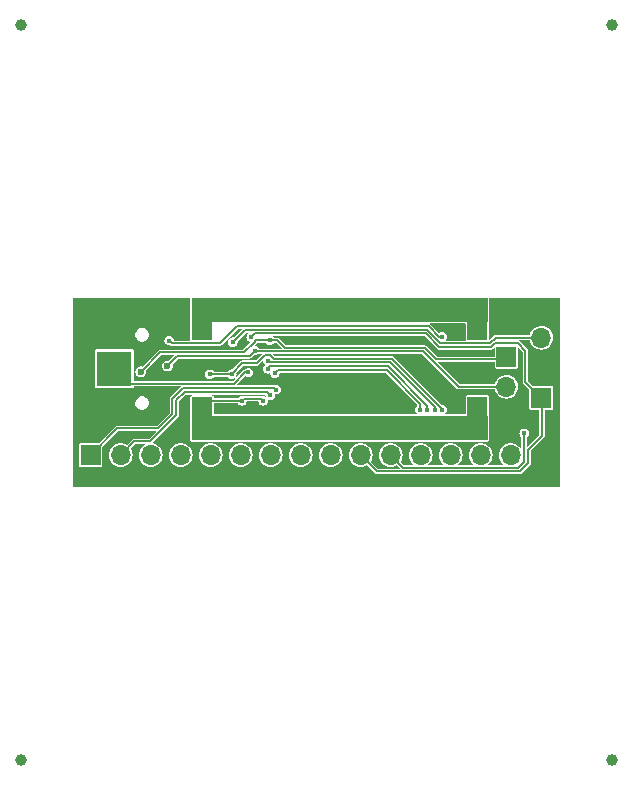
<source format=gbl>
G04 #@! TF.GenerationSoftware,KiCad,Pcbnew,8.0.7*
G04 #@! TF.CreationDate,2025-01-10T19:55:37-05:00*
G04 #@! TF.ProjectId,panel,70616e65-6c2e-46b6-9963-61645f706362,rev?*
G04 #@! TF.SameCoordinates,Original*
G04 #@! TF.FileFunction,Copper,L2,Bot*
G04 #@! TF.FilePolarity,Positive*
%FSLAX46Y46*%
G04 Gerber Fmt 4.6, Leading zero omitted, Abs format (unit mm)*
G04 Created by KiCad (PCBNEW 8.0.7) date 2025-01-10 19:55:37*
%MOMM*%
%LPD*%
G01*
G04 APERTURE LIST*
G04 Aperture macros list*
%AMFreePoly0*
4,1,5,12.500000,-1.000000,-12.500000,-1.000000,-12.500000,1.000000,12.500000,1.000000,12.500000,-1.000000,12.500000,-1.000000,$1*%
G04 Aperture macros list end*
G04 #@! TA.AperFunction,ComponentPad*
%ADD10R,1.700000X1.700000*%
G04 #@! TD*
G04 #@! TA.AperFunction,ComponentPad*
%ADD11O,1.700000X1.700000*%
G04 #@! TD*
G04 #@! TA.AperFunction,ComponentPad*
%ADD12O,2.100000X1.000000*%
G04 #@! TD*
G04 #@! TA.AperFunction,ComponentPad*
%ADD13O,1.800000X1.000000*%
G04 #@! TD*
G04 #@! TA.AperFunction,SMDPad,CuDef*
%ADD14C,1.000000*%
G04 #@! TD*
G04 #@! TA.AperFunction,SMDPad,CuDef*
%ADD15R,3.000000X3.000000*%
G04 #@! TD*
G04 #@! TA.AperFunction,SMDPad,CuDef*
%ADD16FreePoly0,180.000000*%
G04 #@! TD*
G04 #@! TA.AperFunction,ViaPad*
%ADD17C,0.450000*%
G04 #@! TD*
G04 #@! TA.AperFunction,ViaPad*
%ADD18C,0.600000*%
G04 #@! TD*
G04 #@! TA.AperFunction,Conductor*
%ADD19C,0.150000*%
G04 #@! TD*
G04 #@! TA.AperFunction,Conductor*
%ADD20C,0.200000*%
G04 #@! TD*
G04 APERTURE END LIST*
D10*
G04 #@! TO.P,J3,1,Pin_1*
G04 #@! TO.N,Board_0-/D+*
X51100000Y-31975000D03*
D11*
G04 #@! TO.P,J3,2,Pin_2*
G04 #@! TO.N,Board_0-/D-*
X51100000Y-34515000D03*
G04 #@! TD*
D12*
G04 #@! TO.P,P1,S1,SHIELD*
G04 #@! TO.N,Board_0-GND*
X20755000Y-28680000D03*
D13*
X16575000Y-28680000D03*
D12*
X20755000Y-37320000D03*
D13*
X16575000Y-37320000D03*
G04 #@! TD*
D10*
G04 #@! TO.P,J2,1,Pin_1*
G04 #@! TO.N,Board_0-/AUX11*
X54050000Y-35450000D03*
D11*
G04 #@! TO.P,J2,2,Pin_2*
G04 #@! TO.N,Board_0-GND*
X54050000Y-32910000D03*
G04 #@! TO.P,J2,3,Pin_3*
G04 #@! TO.N,Board_0-/AUX12*
X54050000Y-30370000D03*
G04 #@! TD*
D10*
G04 #@! TO.P,J4,1,Pin_1*
G04 #@! TO.N,Board_0-/AUX1 (VDC)*
X15900000Y-40300000D03*
D11*
G04 #@! TO.P,J4,2,Pin_2*
G04 #@! TO.N,Board_0-/AUX2 (VDC)*
X18440000Y-40300000D03*
G04 #@! TO.P,J4,3,Pin_3*
G04 #@! TO.N,Board_0-/AUX3*
X20980000Y-40300000D03*
G04 #@! TO.P,J4,4,Pin_4*
G04 #@! TO.N,Board_0-/AUX4*
X23520000Y-40300000D03*
G04 #@! TO.P,J4,5,Pin_5*
G04 #@! TO.N,Board_0-/AUX5 (VDC)*
X26060000Y-40300000D03*
G04 #@! TO.P,J4,6,Pin_6*
G04 #@! TO.N,Board_0-/AUX6 (VDC)*
X28600000Y-40300000D03*
G04 #@! TO.P,J4,7,Pin_7*
G04 #@! TO.N,Board_0-/AUX7 (VDC)*
X31140000Y-40300000D03*
G04 #@! TO.P,J4,8,Pin_8*
G04 #@! TO.N,Board_0-/AUX8 (VDC)*
X33680000Y-40300000D03*
G04 #@! TO.P,J4,9,Pin_9*
G04 #@! TO.N,Board_0-/AUX10*
X36220000Y-40300000D03*
G04 #@! TO.P,J4,10,Pin_10*
G04 #@! TO.N,Board_0-/AUX11*
X38760000Y-40300000D03*
G04 #@! TO.P,J4,11,Pin_11*
G04 #@! TO.N,Board_0-/AUX12*
X41300000Y-40300000D03*
G04 #@! TO.P,J4,12,Pin_12*
G04 #@! TO.N,Board_0-/CAP+*
X43840000Y-40300000D03*
G04 #@! TO.P,J4,13,Pin_13*
G04 #@! TO.N,Board_0-/MOTOR_A*
X46380000Y-40300000D03*
G04 #@! TO.P,J4,14,Pin_14*
G04 #@! TO.N,Board_0-/MOTOR_B*
X48920000Y-40300000D03*
G04 #@! TO.P,J4,15,Pin_15*
G04 #@! TO.N,Board_0-VDC*
X51460000Y-40300000D03*
G04 #@! TO.P,J4,16,Pin_16*
G04 #@! TO.N,Board_0-GND*
X54000000Y-40300000D03*
G04 #@! TD*
D14*
G04 #@! TO.P,KiKit_FID_B_3,*
G04 #@! TO.N,*
X10000000Y-66150000D03*
G04 #@! TD*
G04 #@! TO.P,KiKit_FID_B_1,*
G04 #@! TO.N,*
X10000000Y-3850000D03*
G04 #@! TD*
G04 #@! TO.P,KiKit_FID_B_4,*
G04 #@! TO.N,*
X60000000Y-66150000D03*
G04 #@! TD*
D15*
G04 #@! TO.P,TP1,1,1*
G04 #@! TO.N,Board_0-VCC*
X17900000Y-33000000D03*
G04 #@! TD*
D10*
G04 #@! TO.P,J8,1,Pin_1*
G04 #@! TO.N,Board_0-/TRACK_LEFT*
X48650000Y-29750000D03*
D16*
X37000000Y-28000000D03*
D10*
X25350000Y-29750000D03*
G04 #@! TO.P,J8,2,Pin_2*
G04 #@! TO.N,Board_0-/TRACK_RIGHT*
X48650000Y-36250000D03*
D16*
X37000000Y-38000000D03*
D10*
X25350000Y-36250000D03*
G04 #@! TD*
D14*
G04 #@! TO.P,KiKit_FID_B_2,*
G04 #@! TO.N,*
X60000000Y-3850000D03*
G04 #@! TD*
D17*
G04 #@! TO.N,Board_0-+5V*
X45650000Y-30300000D03*
X22550000Y-30600000D03*
G04 #@! TO.N,Board_0-/AUX1 (VDC)*
X31600000Y-34750000D03*
G04 #@! TO.N,Board_0-/AUX11*
X29500000Y-30330000D03*
G04 #@! TO.N,Board_0-/AUX12*
X27946498Y-30740000D03*
X52600000Y-38450000D03*
G04 #@! TO.N,Board_0-/AUX2 (VDC)*
X31098447Y-35217235D03*
G04 #@! TO.N,Board_0-/CAP+*
X43775114Y-36451262D03*
X31500000Y-33350000D03*
D18*
G04 #@! TO.N,Board_0-/D+*
X20150000Y-33250000D03*
D17*
X31075000Y-30575000D03*
G04 #@! TO.N,Board_0-/D-*
X29800000Y-31450000D03*
D18*
X22400000Y-32750000D03*
D17*
G04 #@! TO.N,Board_0-/MOTOR_A*
X44400106Y-36447755D03*
X30900000Y-33000000D03*
G04 #@! TO.N,Board_0-/MOTOR_B*
X45025038Y-36457117D03*
X30900000Y-32300000D03*
G04 #@! TO.N,Board_0-/TRACK_RIGHT*
X30500000Y-35700000D03*
X28700000Y-35700000D03*
D18*
G04 #@! TO.N,Board_0-GND*
X22300000Y-36300000D03*
D17*
X45650000Y-29550000D03*
X31518981Y-31050000D03*
D18*
X22300000Y-29700000D03*
D17*
X27350000Y-31100000D03*
D18*
X46480000Y-31675000D03*
D17*
X29650000Y-36200000D03*
G04 #@! TO.N,Board_0-VCC*
X29250000Y-33300000D03*
G04 #@! TO.N,Board_0-VDC*
X26000000Y-33450000D03*
X27850000Y-33450000D03*
X45650000Y-36450000D03*
G04 #@! TD*
D19*
G04 #@! TO.N,Board_0-+5V*
X22550000Y-30600000D02*
X22775000Y-30825000D01*
X26825000Y-30825000D02*
X28250000Y-29400000D01*
X28250000Y-29400000D02*
X44524264Y-29400000D01*
X22775000Y-30825000D02*
X26825000Y-30825000D01*
X45424264Y-30300000D02*
X45650000Y-30300000D01*
X44524264Y-29400000D02*
X45424264Y-30300000D01*
G04 #@! TO.N,Board_0-/AUX1 (VDC)*
X23750000Y-34600000D02*
X22825000Y-35525000D01*
X21605305Y-38045000D02*
X18155000Y-38045000D01*
X22825000Y-36825305D02*
X21605305Y-38045000D01*
X31450000Y-34600000D02*
X23750000Y-34600000D01*
X22825000Y-35525000D02*
X22825000Y-36825305D01*
X31600000Y-34750000D02*
X31450000Y-34600000D01*
X18155000Y-38045000D02*
X15900000Y-40300000D01*
G04 #@! TO.N,Board_0-/AUX11*
X52700000Y-34100000D02*
X54100000Y-35500000D01*
X29830000Y-30000000D02*
X44253984Y-30000000D01*
X50174264Y-30800000D02*
X52050000Y-30800000D01*
X52925000Y-40975000D02*
X52225000Y-41675000D01*
X40135000Y-41675000D02*
X38760000Y-40300000D01*
X45403984Y-31150000D02*
X49824264Y-31150000D01*
X54100000Y-38679720D02*
X52925000Y-39854720D01*
X52225000Y-41675000D02*
X40135000Y-41675000D01*
X29500000Y-30330000D02*
X29830000Y-30000000D01*
X49824264Y-31150000D02*
X50174264Y-30800000D01*
X52700000Y-31450000D02*
X52700000Y-34100000D01*
X54100000Y-35500000D02*
X54100000Y-38679720D01*
X44253984Y-30000000D02*
X45403984Y-31150000D01*
X52925000Y-39854720D02*
X52925000Y-40975000D01*
X52050000Y-30800000D02*
X52700000Y-31450000D01*
G04 #@! TO.N,Board_0-/AUX12*
X54050000Y-30370000D02*
X54030000Y-30350000D01*
X45503248Y-30825000D02*
X44378248Y-29700000D01*
X50200000Y-30350000D02*
X49725000Y-30825000D01*
X54030000Y-30350000D02*
X50200000Y-30350000D01*
X52075000Y-41375000D02*
X42375000Y-41375000D01*
X28986498Y-29700000D02*
X27946498Y-30740000D01*
X42375000Y-41375000D02*
X41300000Y-40300000D01*
X52600000Y-40850000D02*
X52075000Y-41375000D01*
X44378248Y-29700000D02*
X28986498Y-29700000D01*
X49725000Y-30825000D02*
X45503248Y-30825000D01*
X52600000Y-38450000D02*
X52600000Y-40850000D01*
G04 #@! TO.N,Board_0-/AUX2 (VDC)*
X23150000Y-35650000D02*
X23150000Y-36924569D01*
X23850000Y-34950000D02*
X23150000Y-35650000D01*
X31098447Y-35198447D02*
X30850000Y-34950000D01*
X30850000Y-34950000D02*
X23850000Y-34950000D01*
X20924569Y-39150000D02*
X19590000Y-39150000D01*
X23150000Y-36924569D02*
X20924569Y-39150000D01*
X19590000Y-39150000D02*
X18440000Y-40300000D01*
X31098447Y-35217235D02*
X31098447Y-35198447D01*
G04 #@! TO.N,Board_0-/CAP+*
X31725000Y-33125000D02*
X40960786Y-33125000D01*
X31500000Y-33350000D02*
X31725000Y-33125000D01*
X43775114Y-35939328D02*
X43775114Y-36451262D01*
X40960786Y-33125000D02*
X43775114Y-35939328D01*
G04 #@! TO.N,Board_0-/D+*
X45174264Y-32200000D02*
X50875000Y-32200000D01*
X31075000Y-30575000D02*
X31070000Y-30570000D01*
X29696752Y-30805000D02*
X29695000Y-30805000D01*
X31075000Y-30575000D02*
X31715733Y-30575000D01*
X29931752Y-30570000D02*
X29696752Y-30805000D01*
X29695000Y-30805000D02*
X28900000Y-31600000D01*
X44199264Y-31225000D02*
X45174264Y-32200000D01*
X21800000Y-31600000D02*
X20150000Y-33250000D01*
X32365733Y-31225000D02*
X44199264Y-31225000D01*
X31070000Y-30570000D02*
X29931752Y-30570000D01*
X28900000Y-31600000D02*
X21800000Y-31600000D01*
X31715733Y-30575000D02*
X32365733Y-31225000D01*
X50875000Y-32200000D02*
X51100000Y-31975000D01*
G04 #@! TO.N,Board_0-/D-*
X29800000Y-31450000D02*
X29875000Y-31525000D01*
X23250000Y-31900000D02*
X29350000Y-31900000D01*
X22400000Y-32750000D02*
X23250000Y-31900000D01*
X47065000Y-34515000D02*
X51100000Y-34515000D01*
X29875000Y-31525000D02*
X44075000Y-31525000D01*
X29350000Y-31900000D02*
X29800000Y-31450000D01*
X44075000Y-31525000D02*
X47065000Y-34515000D01*
D20*
G04 #@! TO.N,Board_0-/MOTOR_A*
X44400106Y-36104700D02*
X44400106Y-36447755D01*
X31100000Y-32800000D02*
X41095406Y-32800000D01*
X30900000Y-33000000D02*
X31100000Y-32800000D01*
X41095406Y-32800000D02*
X44400106Y-36104700D01*
G04 #@! TO.N,Board_0-/MOTOR_B*
X45025038Y-36234658D02*
X45025038Y-36457117D01*
X31050000Y-32450000D02*
X41240380Y-32450000D01*
X30900000Y-32300000D02*
X31050000Y-32450000D01*
X41240380Y-32450000D02*
X45025038Y-36234658D01*
D19*
G04 #@! TO.N,Board_0-/TRACK_RIGHT*
X28875000Y-35525000D02*
X28700000Y-35700000D01*
X30500000Y-35700000D02*
X30325000Y-35525000D01*
X26200000Y-35700000D02*
X25650000Y-36250000D01*
X28700000Y-35700000D02*
X26200000Y-35700000D01*
X30325000Y-35525000D02*
X28875000Y-35525000D01*
G04 #@! TO.N,Board_0-VCC*
X19150000Y-34250000D02*
X17900000Y-33000000D01*
X29250000Y-33300000D02*
X28950000Y-33300000D01*
X28000000Y-34250000D02*
X19150000Y-34250000D01*
X28950000Y-33300000D02*
X28000000Y-34250000D01*
G04 #@! TO.N,Board_0-VDC*
X30000000Y-32500000D02*
X30675000Y-31825000D01*
X27850000Y-33400000D02*
X28750000Y-32500000D01*
X31096752Y-31825000D02*
X31396752Y-32125000D01*
X45650000Y-36400000D02*
X45650000Y-36450000D01*
X27850000Y-33450000D02*
X27850000Y-33400000D01*
X41375000Y-32125000D02*
X45650000Y-36400000D01*
X31396752Y-32125000D02*
X41375000Y-32125000D01*
X30675000Y-31825000D02*
X31096752Y-31825000D01*
X27850000Y-33450000D02*
X26000000Y-33450000D01*
X28750000Y-32500000D02*
X30000000Y-32500000D01*
G04 #@! TD*
G04 #@! TA.AperFunction,Conductor*
G04 #@! TO.N,Board_0-GND*
G36*
X24337471Y-27007529D02*
G01*
X24344500Y-27024500D01*
X24344500Y-28999999D01*
X24348682Y-29015608D01*
X24349500Y-29021819D01*
X24349500Y-30575500D01*
X24342471Y-30592471D01*
X24325500Y-30599500D01*
X22975911Y-30599500D01*
X22958940Y-30592471D01*
X22952206Y-30579254D01*
X22935646Y-30474696D01*
X22935645Y-30474694D01*
X22935645Y-30474693D01*
X22878052Y-30361661D01*
X22878051Y-30361660D01*
X22878050Y-30361658D01*
X22788342Y-30271950D01*
X22788339Y-30271948D01*
X22788338Y-30271947D01*
X22675306Y-30214354D01*
X22550000Y-30194508D01*
X22424693Y-30214354D01*
X22311661Y-30271947D01*
X22221947Y-30361661D01*
X22164354Y-30474693D01*
X22144508Y-30600000D01*
X22164354Y-30725306D01*
X22221947Y-30838338D01*
X22221948Y-30838339D01*
X22221950Y-30838342D01*
X22311658Y-30928050D01*
X22311660Y-30928051D01*
X22311661Y-30928052D01*
X22424693Y-30985645D01*
X22424694Y-30985645D01*
X22424696Y-30985646D01*
X22550000Y-31005492D01*
X22612669Y-30995566D01*
X22630530Y-30999855D01*
X22633393Y-31002300D01*
X22647263Y-31016169D01*
X22647264Y-31016170D01*
X22661979Y-31022265D01*
X22730144Y-31050501D01*
X22730145Y-31050501D01*
X22822645Y-31050501D01*
X22822653Y-31050500D01*
X26777347Y-31050500D01*
X26777355Y-31050501D01*
X26780145Y-31050501D01*
X26869856Y-31050501D01*
X26912837Y-31032696D01*
X26938021Y-31022265D01*
X26952736Y-31016170D01*
X27016170Y-30952736D01*
X27016170Y-30952734D01*
X28336377Y-29632529D01*
X28353348Y-29625500D01*
X28684151Y-29625500D01*
X28701122Y-29632529D01*
X28708151Y-29649500D01*
X28701122Y-29666471D01*
X28029892Y-30337699D01*
X28012921Y-30344728D01*
X28009167Y-30344433D01*
X27946498Y-30334508D01*
X27821191Y-30354354D01*
X27708159Y-30411947D01*
X27618445Y-30501661D01*
X27560852Y-30614693D01*
X27541006Y-30740000D01*
X27560852Y-30865306D01*
X27618445Y-30978338D01*
X27618446Y-30978339D01*
X27618448Y-30978342D01*
X27708156Y-31068050D01*
X27708158Y-31068051D01*
X27708159Y-31068052D01*
X27821191Y-31125645D01*
X27821192Y-31125645D01*
X27821194Y-31125646D01*
X27946498Y-31145492D01*
X28071802Y-31125646D01*
X28184840Y-31068050D01*
X28274548Y-30978342D01*
X28332144Y-30865304D01*
X28351990Y-30740000D01*
X28349662Y-30725304D01*
X28342064Y-30677330D01*
X28346351Y-30659468D01*
X28348791Y-30656610D01*
X29072874Y-29932529D01*
X29089845Y-29925500D01*
X29311731Y-29925500D01*
X29328702Y-29932529D01*
X29335731Y-29949500D01*
X29328702Y-29966471D01*
X29322627Y-29970884D01*
X29261661Y-30001947D01*
X29171947Y-30091661D01*
X29114354Y-30204693D01*
X29094508Y-30330000D01*
X29114354Y-30455306D01*
X29171947Y-30568338D01*
X29171948Y-30568339D01*
X29171950Y-30568342D01*
X29261658Y-30658050D01*
X29261660Y-30658051D01*
X29261661Y-30658052D01*
X29374693Y-30715645D01*
X29374694Y-30715645D01*
X29374696Y-30715646D01*
X29406515Y-30720685D01*
X29422177Y-30730283D01*
X29426466Y-30748144D01*
X29419732Y-30761361D01*
X28813624Y-31367471D01*
X28796653Y-31374500D01*
X21755144Y-31374500D01*
X21672266Y-31408828D01*
X20276495Y-32804598D01*
X20259524Y-32811627D01*
X20252763Y-32810655D01*
X20214772Y-32799500D01*
X20085228Y-32799500D01*
X20033573Y-32814667D01*
X19960933Y-32835995D01*
X19960926Y-32835998D01*
X19851950Y-32906033D01*
X19851948Y-32906034D01*
X19767118Y-33003936D01*
X19719214Y-33108830D01*
X19713303Y-33121774D01*
X19694867Y-33250000D01*
X19713303Y-33378226D01*
X19757637Y-33475303D01*
X19767118Y-33496063D01*
X19851948Y-33593965D01*
X19851950Y-33593966D01*
X19851951Y-33593967D01*
X19960931Y-33664004D01*
X20085228Y-33700500D01*
X20085230Y-33700500D01*
X20214770Y-33700500D01*
X20214772Y-33700500D01*
X20339069Y-33664004D01*
X20448049Y-33593967D01*
X20452927Y-33588338D01*
X20465928Y-33573332D01*
X20532882Y-33496063D01*
X20586697Y-33378226D01*
X20605133Y-33250000D01*
X20589717Y-33142785D01*
X20594260Y-33124990D01*
X20596495Y-33122408D01*
X21886377Y-31832529D01*
X21903348Y-31825500D01*
X22947653Y-31825500D01*
X22964624Y-31832529D01*
X22971653Y-31849500D01*
X22964624Y-31866471D01*
X22526495Y-32304598D01*
X22509524Y-32311627D01*
X22502763Y-32310655D01*
X22464772Y-32299500D01*
X22335228Y-32299500D01*
X22283573Y-32314667D01*
X22210933Y-32335995D01*
X22210926Y-32335998D01*
X22101950Y-32406033D01*
X22101948Y-32406034D01*
X22017118Y-32503936D01*
X21963304Y-32621771D01*
X21963303Y-32621774D01*
X21944867Y-32750000D01*
X21963303Y-32878226D01*
X21963304Y-32878228D01*
X22017118Y-32996063D01*
X22101948Y-33093965D01*
X22101950Y-33093966D01*
X22101951Y-33093967D01*
X22210931Y-33164004D01*
X22335228Y-33200500D01*
X22335230Y-33200500D01*
X22464770Y-33200500D01*
X22464772Y-33200500D01*
X22589069Y-33164004D01*
X22698049Y-33093967D01*
X22782882Y-32996063D01*
X22836697Y-32878226D01*
X22855133Y-32750000D01*
X22839717Y-32642785D01*
X22844260Y-32624990D01*
X22846495Y-32622408D01*
X23336376Y-32132529D01*
X23353347Y-32125500D01*
X29302347Y-32125500D01*
X29302355Y-32125501D01*
X29305145Y-32125501D01*
X29394856Y-32125501D01*
X29421837Y-32114323D01*
X29453460Y-32101225D01*
X29477736Y-32091170D01*
X29541170Y-32027736D01*
X29541170Y-32027734D01*
X29716605Y-31852298D01*
X29733575Y-31845270D01*
X29737328Y-31845565D01*
X29749367Y-31847472D01*
X29799997Y-31855492D01*
X29799998Y-31855492D01*
X29799998Y-31855491D01*
X29800000Y-31855492D01*
X29925304Y-31835646D01*
X29925306Y-31835645D01*
X30038341Y-31778051D01*
X30058864Y-31757529D01*
X30075834Y-31750500D01*
X30372653Y-31750500D01*
X30389624Y-31757529D01*
X30396653Y-31774500D01*
X30389624Y-31791471D01*
X29913624Y-32267471D01*
X29896653Y-32274500D01*
X28705144Y-32274500D01*
X28622265Y-32308828D01*
X28558829Y-32372263D01*
X28558830Y-32372264D01*
X28558829Y-32372265D01*
X27890230Y-33040863D01*
X27873259Y-33047892D01*
X27869505Y-33047597D01*
X27850000Y-33044508D01*
X27724693Y-33064354D01*
X27611661Y-33121947D01*
X27521950Y-33211658D01*
X27520840Y-33213187D01*
X27520376Y-33212850D01*
X27508123Y-33223323D01*
X27500700Y-33224500D01*
X26349300Y-33224500D01*
X26332329Y-33217471D01*
X26329198Y-33213159D01*
X26329160Y-33213187D01*
X26328052Y-33211662D01*
X26328050Y-33211658D01*
X26238342Y-33121950D01*
X26238339Y-33121948D01*
X26238338Y-33121947D01*
X26125306Y-33064354D01*
X26000000Y-33044508D01*
X25874693Y-33064354D01*
X25761661Y-33121947D01*
X25671947Y-33211661D01*
X25614354Y-33324693D01*
X25594508Y-33450000D01*
X25614354Y-33575306D01*
X25671947Y-33688338D01*
X25671948Y-33688339D01*
X25671950Y-33688342D01*
X25761658Y-33778050D01*
X25761660Y-33778051D01*
X25761661Y-33778052D01*
X25874693Y-33835645D01*
X25874694Y-33835645D01*
X25874696Y-33835646D01*
X26000000Y-33855492D01*
X26125304Y-33835646D01*
X26238342Y-33778050D01*
X26328050Y-33688342D01*
X26328054Y-33688334D01*
X26329160Y-33686813D01*
X26329623Y-33687149D01*
X26341877Y-33676677D01*
X26349300Y-33675500D01*
X27500700Y-33675500D01*
X27517671Y-33682529D01*
X27520801Y-33686840D01*
X27520840Y-33686813D01*
X27521948Y-33688338D01*
X27521950Y-33688342D01*
X27611658Y-33778050D01*
X27611660Y-33778051D01*
X27611661Y-33778052D01*
X27724693Y-33835645D01*
X27724694Y-33835645D01*
X27724696Y-33835646D01*
X27850000Y-33855492D01*
X27975304Y-33835646D01*
X28085243Y-33779628D01*
X28103555Y-33778188D01*
X28117523Y-33790117D01*
X28118964Y-33808429D01*
X28113110Y-33817984D01*
X27913624Y-34017471D01*
X27896653Y-34024500D01*
X19574500Y-34024500D01*
X19557529Y-34017471D01*
X19550500Y-34000500D01*
X19550500Y-31485183D01*
X19550499Y-31485175D01*
X19541767Y-31441277D01*
X19508505Y-31391498D01*
X19508504Y-31391496D01*
X19484566Y-31375501D01*
X19458722Y-31358232D01*
X19414824Y-31349500D01*
X19414820Y-31349500D01*
X16385180Y-31349500D01*
X16385175Y-31349500D01*
X16341277Y-31358232D01*
X16291498Y-31391494D01*
X16291494Y-31391498D01*
X16258232Y-31441277D01*
X16249500Y-31485175D01*
X16249500Y-34514824D01*
X16258232Y-34558722D01*
X16291344Y-34608277D01*
X16291496Y-34608504D01*
X16308165Y-34619642D01*
X16341277Y-34641767D01*
X16384015Y-34650268D01*
X16385180Y-34650500D01*
X16385184Y-34650500D01*
X19414816Y-34650500D01*
X19414820Y-34650500D01*
X19458722Y-34641767D01*
X19508504Y-34608504D01*
X19541767Y-34558722D01*
X19550500Y-34514820D01*
X19550500Y-34499500D01*
X19557529Y-34482529D01*
X19574500Y-34475500D01*
X23497653Y-34475500D01*
X23514624Y-34482529D01*
X23521653Y-34499500D01*
X23514624Y-34516471D01*
X22697265Y-35333829D01*
X22697264Y-35333830D01*
X22697263Y-35333829D01*
X22633830Y-35397263D01*
X22623774Y-35421539D01*
X22599499Y-35480144D01*
X22599499Y-35572644D01*
X22599500Y-35572653D01*
X22599500Y-36721958D01*
X22592471Y-36738929D01*
X21518929Y-37812471D01*
X21501958Y-37819500D01*
X18202653Y-37819500D01*
X18202645Y-37819499D01*
X18199855Y-37819499D01*
X18110146Y-37819499D01*
X18110145Y-37819499D01*
X18061595Y-37839608D01*
X18061595Y-37839609D01*
X18044429Y-37846719D01*
X18027263Y-37853830D01*
X17963829Y-37917263D01*
X17963830Y-37917264D01*
X17963829Y-37917265D01*
X16588624Y-39292471D01*
X16571653Y-39299500D01*
X15035175Y-39299500D01*
X14991277Y-39308232D01*
X14941498Y-39341494D01*
X14941494Y-39341498D01*
X14908232Y-39391277D01*
X14899500Y-39435175D01*
X14899500Y-41164824D01*
X14908232Y-41208722D01*
X14941344Y-41258277D01*
X14941496Y-41258504D01*
X14958165Y-41269642D01*
X14991277Y-41291767D01*
X15034015Y-41300268D01*
X15035180Y-41300500D01*
X15035184Y-41300500D01*
X16764816Y-41300500D01*
X16764820Y-41300500D01*
X16808722Y-41291767D01*
X16858504Y-41258504D01*
X16891767Y-41208722D01*
X16900500Y-41164820D01*
X16900500Y-39628347D01*
X16907529Y-39611376D01*
X18241376Y-38277529D01*
X18258347Y-38270500D01*
X21427222Y-38270500D01*
X21444193Y-38277529D01*
X21451222Y-38294500D01*
X21444193Y-38311471D01*
X20838193Y-38917471D01*
X20821222Y-38924500D01*
X19637653Y-38924500D01*
X19637645Y-38924499D01*
X19634855Y-38924499D01*
X19545146Y-38924499D01*
X19545145Y-38924499D01*
X19496595Y-38944608D01*
X19496595Y-38944609D01*
X19479429Y-38951719D01*
X19462263Y-38958830D01*
X19398829Y-39022263D01*
X19398830Y-39022264D01*
X19398829Y-39022265D01*
X18984057Y-39437036D01*
X18967086Y-39444065D01*
X18955774Y-39441231D01*
X18824727Y-39371186D01*
X18726846Y-39341494D01*
X18636128Y-39313974D01*
X18440005Y-39294659D01*
X18439995Y-39294659D01*
X18243871Y-39313974D01*
X18134326Y-39347205D01*
X18055273Y-39371186D01*
X18055269Y-39371187D01*
X18055269Y-39371188D01*
X17881464Y-39464089D01*
X17881453Y-39464096D01*
X17729125Y-39589109D01*
X17729109Y-39589125D01*
X17604096Y-39741453D01*
X17604091Y-39741460D01*
X17604090Y-39741462D01*
X17511186Y-39915273D01*
X17498205Y-39958066D01*
X17453974Y-40103871D01*
X17434659Y-40299995D01*
X17434659Y-40300004D01*
X17453974Y-40496128D01*
X17477956Y-40575185D01*
X17511186Y-40684727D01*
X17604090Y-40858538D01*
X17604094Y-40858542D01*
X17604096Y-40858546D01*
X17729109Y-41010874D01*
X17729112Y-41010877D01*
X17729117Y-41010883D01*
X17729122Y-41010887D01*
X17729125Y-41010890D01*
X17868777Y-41125500D01*
X17881462Y-41135910D01*
X18055273Y-41228814D01*
X18234830Y-41283282D01*
X18243871Y-41286025D01*
X18439995Y-41305341D01*
X18440000Y-41305341D01*
X18440005Y-41305341D01*
X18636128Y-41286025D01*
X18636130Y-41286024D01*
X18636132Y-41286024D01*
X18824727Y-41228814D01*
X18998538Y-41135910D01*
X19150883Y-41010883D01*
X19275910Y-40858538D01*
X19368814Y-40684727D01*
X19426024Y-40496132D01*
X19426024Y-40496130D01*
X19426025Y-40496128D01*
X19445341Y-40300004D01*
X19445341Y-40299995D01*
X19426025Y-40103871D01*
X19423282Y-40094830D01*
X19368814Y-39915273D01*
X19298766Y-39784223D01*
X19296966Y-39765945D01*
X19302960Y-39755943D01*
X19676376Y-39382529D01*
X19693347Y-39375500D01*
X20491389Y-39375500D01*
X20508360Y-39382529D01*
X20515389Y-39399500D01*
X20508360Y-39416471D01*
X20502704Y-39420664D01*
X20464228Y-39441231D01*
X20421464Y-39464089D01*
X20421453Y-39464096D01*
X20269125Y-39589109D01*
X20269109Y-39589125D01*
X20144096Y-39741453D01*
X20144091Y-39741460D01*
X20144090Y-39741462D01*
X20051186Y-39915273D01*
X20038205Y-39958066D01*
X19993974Y-40103871D01*
X19974659Y-40299995D01*
X19974659Y-40300004D01*
X19993974Y-40496128D01*
X20017956Y-40575185D01*
X20051186Y-40684727D01*
X20144090Y-40858538D01*
X20144094Y-40858542D01*
X20144096Y-40858546D01*
X20269109Y-41010874D01*
X20269112Y-41010877D01*
X20269117Y-41010883D01*
X20269122Y-41010887D01*
X20269125Y-41010890D01*
X20408777Y-41125500D01*
X20421462Y-41135910D01*
X20595273Y-41228814D01*
X20774830Y-41283282D01*
X20783871Y-41286025D01*
X20979995Y-41305341D01*
X20980000Y-41305341D01*
X20980005Y-41305341D01*
X21176128Y-41286025D01*
X21176130Y-41286024D01*
X21176132Y-41286024D01*
X21364727Y-41228814D01*
X21538538Y-41135910D01*
X21690883Y-41010883D01*
X21815910Y-40858538D01*
X21908814Y-40684727D01*
X21966024Y-40496132D01*
X21966024Y-40496130D01*
X21966025Y-40496128D01*
X21985341Y-40300004D01*
X21985341Y-40299995D01*
X22514659Y-40299995D01*
X22514659Y-40300004D01*
X22533974Y-40496128D01*
X22557956Y-40575185D01*
X22591186Y-40684727D01*
X22684090Y-40858538D01*
X22684094Y-40858542D01*
X22684096Y-40858546D01*
X22809109Y-41010874D01*
X22809112Y-41010877D01*
X22809117Y-41010883D01*
X22809122Y-41010887D01*
X22809125Y-41010890D01*
X22948777Y-41125500D01*
X22961462Y-41135910D01*
X23135273Y-41228814D01*
X23314830Y-41283282D01*
X23323871Y-41286025D01*
X23519995Y-41305341D01*
X23520000Y-41305341D01*
X23520005Y-41305341D01*
X23716128Y-41286025D01*
X23716130Y-41286024D01*
X23716132Y-41286024D01*
X23904727Y-41228814D01*
X24078538Y-41135910D01*
X24230883Y-41010883D01*
X24355910Y-40858538D01*
X24448814Y-40684727D01*
X24506024Y-40496132D01*
X24506024Y-40496130D01*
X24506025Y-40496128D01*
X24525341Y-40300004D01*
X24525341Y-40299995D01*
X25054659Y-40299995D01*
X25054659Y-40300004D01*
X25073974Y-40496128D01*
X25097956Y-40575185D01*
X25131186Y-40684727D01*
X25224090Y-40858538D01*
X25224094Y-40858542D01*
X25224096Y-40858546D01*
X25349109Y-41010874D01*
X25349112Y-41010877D01*
X25349117Y-41010883D01*
X25349122Y-41010887D01*
X25349125Y-41010890D01*
X25488777Y-41125500D01*
X25501462Y-41135910D01*
X25675273Y-41228814D01*
X25854830Y-41283282D01*
X25863871Y-41286025D01*
X26059995Y-41305341D01*
X26060000Y-41305341D01*
X26060005Y-41305341D01*
X26256128Y-41286025D01*
X26256130Y-41286024D01*
X26256132Y-41286024D01*
X26444727Y-41228814D01*
X26618538Y-41135910D01*
X26770883Y-41010883D01*
X26895910Y-40858538D01*
X26988814Y-40684727D01*
X27046024Y-40496132D01*
X27046024Y-40496130D01*
X27046025Y-40496128D01*
X27065341Y-40300004D01*
X27065341Y-40299995D01*
X27594659Y-40299995D01*
X27594659Y-40300004D01*
X27613974Y-40496128D01*
X27637956Y-40575185D01*
X27671186Y-40684727D01*
X27764090Y-40858538D01*
X27764094Y-40858542D01*
X27764096Y-40858546D01*
X27889109Y-41010874D01*
X27889112Y-41010877D01*
X27889117Y-41010883D01*
X27889122Y-41010887D01*
X27889125Y-41010890D01*
X28028777Y-41125500D01*
X28041462Y-41135910D01*
X28215273Y-41228814D01*
X28394830Y-41283282D01*
X28403871Y-41286025D01*
X28599995Y-41305341D01*
X28600000Y-41305341D01*
X28600005Y-41305341D01*
X28796128Y-41286025D01*
X28796130Y-41286024D01*
X28796132Y-41286024D01*
X28984727Y-41228814D01*
X29158538Y-41135910D01*
X29310883Y-41010883D01*
X29435910Y-40858538D01*
X29528814Y-40684727D01*
X29586024Y-40496132D01*
X29586024Y-40496130D01*
X29586025Y-40496128D01*
X29605341Y-40300004D01*
X29605341Y-40299995D01*
X30134659Y-40299995D01*
X30134659Y-40300004D01*
X30153974Y-40496128D01*
X30177956Y-40575185D01*
X30211186Y-40684727D01*
X30304090Y-40858538D01*
X30304094Y-40858542D01*
X30304096Y-40858546D01*
X30429109Y-41010874D01*
X30429112Y-41010877D01*
X30429117Y-41010883D01*
X30429122Y-41010887D01*
X30429125Y-41010890D01*
X30568777Y-41125500D01*
X30581462Y-41135910D01*
X30755273Y-41228814D01*
X30934830Y-41283282D01*
X30943871Y-41286025D01*
X31139995Y-41305341D01*
X31140000Y-41305341D01*
X31140005Y-41305341D01*
X31336128Y-41286025D01*
X31336130Y-41286024D01*
X31336132Y-41286024D01*
X31524727Y-41228814D01*
X31698538Y-41135910D01*
X31850883Y-41010883D01*
X31975910Y-40858538D01*
X32068814Y-40684727D01*
X32126024Y-40496132D01*
X32126024Y-40496130D01*
X32126025Y-40496128D01*
X32145341Y-40300004D01*
X32145341Y-40299995D01*
X32674659Y-40299995D01*
X32674659Y-40300004D01*
X32693974Y-40496128D01*
X32717956Y-40575185D01*
X32751186Y-40684727D01*
X32844090Y-40858538D01*
X32844094Y-40858542D01*
X32844096Y-40858546D01*
X32969109Y-41010874D01*
X32969112Y-41010877D01*
X32969117Y-41010883D01*
X32969122Y-41010887D01*
X32969125Y-41010890D01*
X33108777Y-41125500D01*
X33121462Y-41135910D01*
X33295273Y-41228814D01*
X33474830Y-41283282D01*
X33483871Y-41286025D01*
X33679995Y-41305341D01*
X33680000Y-41305341D01*
X33680005Y-41305341D01*
X33876128Y-41286025D01*
X33876130Y-41286024D01*
X33876132Y-41286024D01*
X34064727Y-41228814D01*
X34238538Y-41135910D01*
X34390883Y-41010883D01*
X34515910Y-40858538D01*
X34608814Y-40684727D01*
X34666024Y-40496132D01*
X34666024Y-40496130D01*
X34666025Y-40496128D01*
X34685341Y-40300004D01*
X34685341Y-40299995D01*
X35214659Y-40299995D01*
X35214659Y-40300004D01*
X35233974Y-40496128D01*
X35257956Y-40575185D01*
X35291186Y-40684727D01*
X35384090Y-40858538D01*
X35384094Y-40858542D01*
X35384096Y-40858546D01*
X35509109Y-41010874D01*
X35509112Y-41010877D01*
X35509117Y-41010883D01*
X35509122Y-41010887D01*
X35509125Y-41010890D01*
X35648777Y-41125500D01*
X35661462Y-41135910D01*
X35835273Y-41228814D01*
X36014830Y-41283282D01*
X36023871Y-41286025D01*
X36219995Y-41305341D01*
X36220000Y-41305341D01*
X36220005Y-41305341D01*
X36416128Y-41286025D01*
X36416130Y-41286024D01*
X36416132Y-41286024D01*
X36604727Y-41228814D01*
X36778538Y-41135910D01*
X36930883Y-41010883D01*
X37055910Y-40858538D01*
X37148814Y-40684727D01*
X37206024Y-40496132D01*
X37206024Y-40496130D01*
X37206025Y-40496128D01*
X37225341Y-40300004D01*
X37225341Y-40299995D01*
X37206025Y-40103871D01*
X37203282Y-40094830D01*
X37148814Y-39915273D01*
X37055910Y-39741462D01*
X36968797Y-39635315D01*
X36930890Y-39589125D01*
X36930887Y-39589122D01*
X36930883Y-39589117D01*
X36930877Y-39589112D01*
X36930874Y-39589109D01*
X36778546Y-39464096D01*
X36778542Y-39464094D01*
X36778538Y-39464090D01*
X36604727Y-39371186D01*
X36495185Y-39337956D01*
X36416128Y-39313974D01*
X36220005Y-39294659D01*
X36219995Y-39294659D01*
X36023871Y-39313974D01*
X35914326Y-39347205D01*
X35835273Y-39371186D01*
X35835269Y-39371187D01*
X35835269Y-39371188D01*
X35661464Y-39464089D01*
X35661453Y-39464096D01*
X35509125Y-39589109D01*
X35509109Y-39589125D01*
X35384096Y-39741453D01*
X35384091Y-39741460D01*
X35384090Y-39741462D01*
X35291186Y-39915273D01*
X35278205Y-39958066D01*
X35233974Y-40103871D01*
X35214659Y-40299995D01*
X34685341Y-40299995D01*
X34666025Y-40103871D01*
X34663282Y-40094830D01*
X34608814Y-39915273D01*
X34515910Y-39741462D01*
X34428797Y-39635315D01*
X34390890Y-39589125D01*
X34390887Y-39589122D01*
X34390883Y-39589117D01*
X34390877Y-39589112D01*
X34390874Y-39589109D01*
X34238546Y-39464096D01*
X34238542Y-39464094D01*
X34238538Y-39464090D01*
X34064727Y-39371186D01*
X33955185Y-39337956D01*
X33876128Y-39313974D01*
X33680005Y-39294659D01*
X33679995Y-39294659D01*
X33483871Y-39313974D01*
X33374326Y-39347205D01*
X33295273Y-39371186D01*
X33295269Y-39371187D01*
X33295269Y-39371188D01*
X33121464Y-39464089D01*
X33121453Y-39464096D01*
X32969125Y-39589109D01*
X32969109Y-39589125D01*
X32844096Y-39741453D01*
X32844091Y-39741460D01*
X32844090Y-39741462D01*
X32751186Y-39915273D01*
X32738205Y-39958066D01*
X32693974Y-40103871D01*
X32674659Y-40299995D01*
X32145341Y-40299995D01*
X32126025Y-40103871D01*
X32123282Y-40094830D01*
X32068814Y-39915273D01*
X31975910Y-39741462D01*
X31888797Y-39635315D01*
X31850890Y-39589125D01*
X31850887Y-39589122D01*
X31850883Y-39589117D01*
X31850877Y-39589112D01*
X31850874Y-39589109D01*
X31698546Y-39464096D01*
X31698542Y-39464094D01*
X31698538Y-39464090D01*
X31524727Y-39371186D01*
X31415185Y-39337956D01*
X31336128Y-39313974D01*
X31140005Y-39294659D01*
X31139995Y-39294659D01*
X30943871Y-39313974D01*
X30834326Y-39347205D01*
X30755273Y-39371186D01*
X30755269Y-39371187D01*
X30755269Y-39371188D01*
X30581464Y-39464089D01*
X30581453Y-39464096D01*
X30429125Y-39589109D01*
X30429109Y-39589125D01*
X30304096Y-39741453D01*
X30304091Y-39741460D01*
X30304090Y-39741462D01*
X30211186Y-39915273D01*
X30198205Y-39958066D01*
X30153974Y-40103871D01*
X30134659Y-40299995D01*
X29605341Y-40299995D01*
X29586025Y-40103871D01*
X29583282Y-40094830D01*
X29528814Y-39915273D01*
X29435910Y-39741462D01*
X29348797Y-39635315D01*
X29310890Y-39589125D01*
X29310887Y-39589122D01*
X29310883Y-39589117D01*
X29310877Y-39589112D01*
X29310874Y-39589109D01*
X29158546Y-39464096D01*
X29158542Y-39464094D01*
X29158538Y-39464090D01*
X28984727Y-39371186D01*
X28875185Y-39337956D01*
X28796128Y-39313974D01*
X28600005Y-39294659D01*
X28599995Y-39294659D01*
X28403871Y-39313974D01*
X28294326Y-39347205D01*
X28215273Y-39371186D01*
X28215269Y-39371187D01*
X28215269Y-39371188D01*
X28041464Y-39464089D01*
X28041453Y-39464096D01*
X27889125Y-39589109D01*
X27889109Y-39589125D01*
X27764096Y-39741453D01*
X27764091Y-39741460D01*
X27764090Y-39741462D01*
X27671186Y-39915273D01*
X27658205Y-39958066D01*
X27613974Y-40103871D01*
X27594659Y-40299995D01*
X27065341Y-40299995D01*
X27046025Y-40103871D01*
X27043282Y-40094830D01*
X26988814Y-39915273D01*
X26895910Y-39741462D01*
X26808797Y-39635315D01*
X26770890Y-39589125D01*
X26770887Y-39589122D01*
X26770883Y-39589117D01*
X26770877Y-39589112D01*
X26770874Y-39589109D01*
X26618546Y-39464096D01*
X26618542Y-39464094D01*
X26618538Y-39464090D01*
X26444727Y-39371186D01*
X26335185Y-39337956D01*
X26256128Y-39313974D01*
X26060005Y-39294659D01*
X26059995Y-39294659D01*
X25863871Y-39313974D01*
X25754326Y-39347205D01*
X25675273Y-39371186D01*
X25675269Y-39371187D01*
X25675269Y-39371188D01*
X25501464Y-39464089D01*
X25501453Y-39464096D01*
X25349125Y-39589109D01*
X25349109Y-39589125D01*
X25224096Y-39741453D01*
X25224091Y-39741460D01*
X25224090Y-39741462D01*
X25131186Y-39915273D01*
X25118205Y-39958066D01*
X25073974Y-40103871D01*
X25054659Y-40299995D01*
X24525341Y-40299995D01*
X24506025Y-40103871D01*
X24503282Y-40094830D01*
X24448814Y-39915273D01*
X24355910Y-39741462D01*
X24268797Y-39635315D01*
X24230890Y-39589125D01*
X24230887Y-39589122D01*
X24230883Y-39589117D01*
X24230877Y-39589112D01*
X24230874Y-39589109D01*
X24078546Y-39464096D01*
X24078542Y-39464094D01*
X24078538Y-39464090D01*
X23904727Y-39371186D01*
X23795185Y-39337956D01*
X23716128Y-39313974D01*
X23520005Y-39294659D01*
X23519995Y-39294659D01*
X23323871Y-39313974D01*
X23214326Y-39347205D01*
X23135273Y-39371186D01*
X23135269Y-39371187D01*
X23135269Y-39371188D01*
X22961464Y-39464089D01*
X22961453Y-39464096D01*
X22809125Y-39589109D01*
X22809109Y-39589125D01*
X22684096Y-39741453D01*
X22684091Y-39741460D01*
X22684090Y-39741462D01*
X22591186Y-39915273D01*
X22578205Y-39958066D01*
X22533974Y-40103871D01*
X22514659Y-40299995D01*
X21985341Y-40299995D01*
X21966025Y-40103871D01*
X21963282Y-40094830D01*
X21908814Y-39915273D01*
X21815910Y-39741462D01*
X21728797Y-39635315D01*
X21690890Y-39589125D01*
X21690887Y-39589122D01*
X21690883Y-39589117D01*
X21690877Y-39589112D01*
X21690874Y-39589109D01*
X21538546Y-39464096D01*
X21538542Y-39464094D01*
X21538538Y-39464090D01*
X21364727Y-39371186D01*
X21176132Y-39313976D01*
X21176130Y-39313975D01*
X21176128Y-39313975D01*
X21138661Y-39310284D01*
X21122461Y-39301625D01*
X21117130Y-39284047D01*
X21124042Y-39269430D01*
X23277734Y-37115739D01*
X23277736Y-37115739D01*
X23341170Y-37052305D01*
X23374575Y-36971658D01*
X23375501Y-36969423D01*
X23375501Y-36879714D01*
X23375501Y-36877786D01*
X23375500Y-36877772D01*
X23375500Y-35753347D01*
X23382529Y-35736376D01*
X23936377Y-35182529D01*
X23953348Y-35175500D01*
X30671465Y-35175500D01*
X30688436Y-35182529D01*
X30695465Y-35199500D01*
X30695169Y-35203255D01*
X30692955Y-35217235D01*
X30708257Y-35313853D01*
X30703969Y-35331713D01*
X30688307Y-35341311D01*
X30673657Y-35338990D01*
X30625306Y-35314354D01*
X30541768Y-35301123D01*
X30500000Y-35294508D01*
X30499999Y-35294508D01*
X30403819Y-35309740D01*
X30390881Y-35308208D01*
X30369856Y-35299499D01*
X30369855Y-35299499D01*
X30280145Y-35299499D01*
X30277355Y-35299499D01*
X30277347Y-35299500D01*
X28830145Y-35299500D01*
X28809117Y-35308209D01*
X28796180Y-35309740D01*
X28700000Y-35294508D01*
X28574693Y-35314354D01*
X28461661Y-35371947D01*
X28371950Y-35461658D01*
X28370840Y-35463187D01*
X28370376Y-35462850D01*
X28358123Y-35473323D01*
X28350700Y-35474500D01*
X26374500Y-35474500D01*
X26357529Y-35467471D01*
X26350500Y-35450500D01*
X26350500Y-35385183D01*
X26350499Y-35385175D01*
X26341767Y-35341277D01*
X26313851Y-35299499D01*
X26308504Y-35291496D01*
X26308277Y-35291344D01*
X26258722Y-35258232D01*
X26214824Y-35249500D01*
X26214820Y-35249500D01*
X24485180Y-35249500D01*
X24485175Y-35249500D01*
X24441277Y-35258232D01*
X24391498Y-35291494D01*
X24391494Y-35291498D01*
X24358232Y-35341277D01*
X24349500Y-35385175D01*
X24349500Y-36978180D01*
X24348682Y-36984391D01*
X24344500Y-37000000D01*
X24344500Y-39000000D01*
X24365333Y-39077750D01*
X24422250Y-39134667D01*
X24500000Y-39155500D01*
X24500001Y-39155500D01*
X49499999Y-39155500D01*
X49500000Y-39155500D01*
X49577750Y-39134667D01*
X49634667Y-39077750D01*
X49655500Y-39000000D01*
X49655500Y-37000000D01*
X49651318Y-36984391D01*
X49650500Y-36978180D01*
X49650500Y-35385183D01*
X49650499Y-35385175D01*
X49641767Y-35341277D01*
X49613851Y-35299499D01*
X49608504Y-35291496D01*
X49608277Y-35291344D01*
X49558722Y-35258232D01*
X49514824Y-35249500D01*
X49514820Y-35249500D01*
X47785180Y-35249500D01*
X47785175Y-35249500D01*
X47741277Y-35258232D01*
X47691498Y-35291494D01*
X47691494Y-35291498D01*
X47658232Y-35341277D01*
X47649500Y-35385175D01*
X47649500Y-36820500D01*
X47642471Y-36837471D01*
X47625500Y-36844500D01*
X45857895Y-36844500D01*
X45840924Y-36837471D01*
X45833895Y-36820500D01*
X45840924Y-36803529D01*
X45846999Y-36799116D01*
X45888338Y-36778052D01*
X45888337Y-36778052D01*
X45888342Y-36778050D01*
X45978050Y-36688342D01*
X46035646Y-36575304D01*
X46055492Y-36450000D01*
X46035646Y-36324696D01*
X46035645Y-36324694D01*
X46035645Y-36324693D01*
X45978052Y-36211661D01*
X45978051Y-36211660D01*
X45978050Y-36211658D01*
X45888342Y-36121950D01*
X45888339Y-36121948D01*
X45888338Y-36121947D01*
X45775306Y-36064354D01*
X45691768Y-36051123D01*
X45650000Y-36044508D01*
X45649999Y-36044508D01*
X45630492Y-36047597D01*
X45612631Y-36043308D01*
X45609768Y-36040863D01*
X41566170Y-31997265D01*
X41566170Y-31997264D01*
X41502736Y-31933830D01*
X41502734Y-31933829D01*
X41502733Y-31933828D01*
X41468910Y-31919819D01*
X41419856Y-31899499D01*
X41419855Y-31899499D01*
X41330145Y-31899499D01*
X41327355Y-31899499D01*
X41327347Y-31899500D01*
X31500099Y-31899500D01*
X31483128Y-31892471D01*
X31382128Y-31791471D01*
X31375099Y-31774500D01*
X31382128Y-31757529D01*
X31399099Y-31750500D01*
X43971653Y-31750500D01*
X43988624Y-31757529D01*
X46872459Y-34641364D01*
X46872472Y-34641379D01*
X46937264Y-34706170D01*
X46971595Y-34720390D01*
X47020145Y-34740501D01*
X47020146Y-34740501D01*
X47112645Y-34740501D01*
X47112653Y-34740500D01*
X50105085Y-34740500D01*
X50122056Y-34747529D01*
X50128051Y-34757532D01*
X50171186Y-34899727D01*
X50264090Y-35073538D01*
X50264094Y-35073542D01*
X50264096Y-35073546D01*
X50389109Y-35225874D01*
X50389112Y-35225877D01*
X50389117Y-35225883D01*
X50389122Y-35225887D01*
X50389125Y-35225890D01*
X50531264Y-35342541D01*
X50541462Y-35350910D01*
X50715273Y-35443814D01*
X50894830Y-35498282D01*
X50903871Y-35501025D01*
X51099995Y-35520341D01*
X51100000Y-35520341D01*
X51100005Y-35520341D01*
X51296128Y-35501025D01*
X51296130Y-35501024D01*
X51296132Y-35501024D01*
X51484727Y-35443814D01*
X51658538Y-35350910D01*
X51810883Y-35225883D01*
X51935910Y-35073538D01*
X52028814Y-34899727D01*
X52086024Y-34711132D01*
X52086024Y-34711130D01*
X52086025Y-34711128D01*
X52105341Y-34515004D01*
X52105341Y-34514995D01*
X52086025Y-34318871D01*
X52077115Y-34289500D01*
X52028814Y-34130273D01*
X51935910Y-33956462D01*
X51853045Y-33855491D01*
X51810890Y-33804125D01*
X51810887Y-33804122D01*
X51810883Y-33804117D01*
X51810877Y-33804112D01*
X51810874Y-33804109D01*
X51658546Y-33679096D01*
X51658542Y-33679094D01*
X51658538Y-33679090D01*
X51484727Y-33586186D01*
X51375185Y-33552956D01*
X51296128Y-33528974D01*
X51100005Y-33509659D01*
X51099995Y-33509659D01*
X50903871Y-33528974D01*
X50794326Y-33562205D01*
X50715273Y-33586186D01*
X50715269Y-33586187D01*
X50715269Y-33586188D01*
X50700716Y-33593967D01*
X50545977Y-33676677D01*
X50541464Y-33679089D01*
X50541453Y-33679096D01*
X50389125Y-33804109D01*
X50389109Y-33804125D01*
X50264096Y-33956453D01*
X50264091Y-33956460D01*
X50264090Y-33956462D01*
X50171186Y-34130273D01*
X50166763Y-34144855D01*
X50128052Y-34272467D01*
X50116398Y-34286666D01*
X50105085Y-34289500D01*
X47168347Y-34289500D01*
X47151376Y-34282471D01*
X45335376Y-32466471D01*
X45328347Y-32449500D01*
X45335376Y-32432529D01*
X45352347Y-32425500D01*
X50075500Y-32425500D01*
X50092471Y-32432529D01*
X50099500Y-32449500D01*
X50099500Y-32839824D01*
X50108232Y-32883722D01*
X50123141Y-32906034D01*
X50141496Y-32933504D01*
X50158165Y-32944642D01*
X50191277Y-32966767D01*
X50234015Y-32975268D01*
X50235180Y-32975500D01*
X50235184Y-32975500D01*
X51964816Y-32975500D01*
X51964820Y-32975500D01*
X52008722Y-32966767D01*
X52058504Y-32933504D01*
X52091767Y-32883722D01*
X52100500Y-32839820D01*
X52100500Y-31227347D01*
X52107529Y-31210376D01*
X52124500Y-31203347D01*
X52141471Y-31210376D01*
X52467471Y-31536376D01*
X52474500Y-31553347D01*
X52474500Y-34053203D01*
X52474499Y-34053217D01*
X52474499Y-34055145D01*
X52474499Y-34144855D01*
X52498774Y-34203460D01*
X52508830Y-34227736D01*
X52572264Y-34291170D01*
X52572265Y-34291170D01*
X53042471Y-34761376D01*
X53049500Y-34778347D01*
X53049500Y-36314824D01*
X53058232Y-36358722D01*
X53091344Y-36408277D01*
X53091496Y-36408504D01*
X53108165Y-36419642D01*
X53141277Y-36441767D01*
X53182666Y-36450000D01*
X53185180Y-36450500D01*
X53850500Y-36450500D01*
X53867471Y-36457529D01*
X53874500Y-36474500D01*
X53874500Y-38576373D01*
X53867471Y-38593344D01*
X52866471Y-39594344D01*
X52849500Y-39601373D01*
X52832529Y-39594344D01*
X52825500Y-39577373D01*
X52825500Y-38799300D01*
X52832529Y-38782329D01*
X52836840Y-38779198D01*
X52836813Y-38779160D01*
X52838334Y-38778054D01*
X52838342Y-38778050D01*
X52928050Y-38688342D01*
X52985646Y-38575304D01*
X53005492Y-38450000D01*
X52985646Y-38324696D01*
X52985645Y-38324694D01*
X52985645Y-38324693D01*
X52928052Y-38211661D01*
X52928051Y-38211660D01*
X52928050Y-38211658D01*
X52838342Y-38121950D01*
X52838339Y-38121948D01*
X52838338Y-38121947D01*
X52725306Y-38064354D01*
X52600000Y-38044508D01*
X52474693Y-38064354D01*
X52361661Y-38121947D01*
X52271947Y-38211661D01*
X52214354Y-38324693D01*
X52194508Y-38450000D01*
X52214354Y-38575306D01*
X52271947Y-38688338D01*
X52271948Y-38688339D01*
X52271950Y-38688342D01*
X52361658Y-38778050D01*
X52361662Y-38778052D01*
X52363187Y-38779160D01*
X52362850Y-38779623D01*
X52373323Y-38791877D01*
X52374500Y-38799300D01*
X52374500Y-39792680D01*
X52367471Y-39809651D01*
X52350500Y-39816680D01*
X52333529Y-39809651D01*
X52329334Y-39803994D01*
X52295910Y-39741462D01*
X52208797Y-39635315D01*
X52170890Y-39589125D01*
X52170887Y-39589122D01*
X52170883Y-39589117D01*
X52170877Y-39589112D01*
X52170874Y-39589109D01*
X52018546Y-39464096D01*
X52018542Y-39464094D01*
X52018538Y-39464090D01*
X51844727Y-39371186D01*
X51735185Y-39337956D01*
X51656128Y-39313974D01*
X51460005Y-39294659D01*
X51459995Y-39294659D01*
X51263871Y-39313974D01*
X51154326Y-39347205D01*
X51075273Y-39371186D01*
X51075269Y-39371187D01*
X51075269Y-39371188D01*
X50901464Y-39464089D01*
X50901453Y-39464096D01*
X50749125Y-39589109D01*
X50749109Y-39589125D01*
X50624096Y-39741453D01*
X50624091Y-39741460D01*
X50624090Y-39741462D01*
X50531186Y-39915273D01*
X50518205Y-39958066D01*
X50473974Y-40103871D01*
X50454659Y-40299995D01*
X50454659Y-40300004D01*
X50473974Y-40496128D01*
X50497956Y-40575185D01*
X50531186Y-40684727D01*
X50624090Y-40858538D01*
X50624094Y-40858542D01*
X50624096Y-40858546D01*
X50749109Y-41010874D01*
X50749112Y-41010877D01*
X50749117Y-41010883D01*
X50861036Y-41102733D01*
X50866172Y-41106948D01*
X50874830Y-41123148D01*
X50869498Y-41140726D01*
X50853298Y-41149384D01*
X50850946Y-41149500D01*
X49529054Y-41149500D01*
X49512083Y-41142471D01*
X49505054Y-41125500D01*
X49512083Y-41108529D01*
X49513828Y-41106948D01*
X49518964Y-41102733D01*
X49630883Y-41010883D01*
X49755910Y-40858538D01*
X49848814Y-40684727D01*
X49906024Y-40496132D01*
X49906024Y-40496130D01*
X49906025Y-40496128D01*
X49925341Y-40300004D01*
X49925341Y-40299995D01*
X49906025Y-40103871D01*
X49903282Y-40094830D01*
X49848814Y-39915273D01*
X49755910Y-39741462D01*
X49668797Y-39635315D01*
X49630890Y-39589125D01*
X49630887Y-39589122D01*
X49630883Y-39589117D01*
X49630877Y-39589112D01*
X49630874Y-39589109D01*
X49478546Y-39464096D01*
X49478542Y-39464094D01*
X49478538Y-39464090D01*
X49304727Y-39371186D01*
X49195185Y-39337956D01*
X49116128Y-39313974D01*
X48920005Y-39294659D01*
X48919995Y-39294659D01*
X48723871Y-39313974D01*
X48614326Y-39347205D01*
X48535273Y-39371186D01*
X48535269Y-39371187D01*
X48535269Y-39371188D01*
X48361464Y-39464089D01*
X48361453Y-39464096D01*
X48209125Y-39589109D01*
X48209109Y-39589125D01*
X48084096Y-39741453D01*
X48084091Y-39741460D01*
X48084090Y-39741462D01*
X47991186Y-39915273D01*
X47978205Y-39958066D01*
X47933974Y-40103871D01*
X47914659Y-40299995D01*
X47914659Y-40300004D01*
X47933974Y-40496128D01*
X47957956Y-40575185D01*
X47991186Y-40684727D01*
X48084090Y-40858538D01*
X48084094Y-40858542D01*
X48084096Y-40858546D01*
X48209109Y-41010874D01*
X48209112Y-41010877D01*
X48209117Y-41010883D01*
X48321036Y-41102733D01*
X48326172Y-41106948D01*
X48334830Y-41123148D01*
X48329498Y-41140726D01*
X48313298Y-41149384D01*
X48310946Y-41149500D01*
X46989054Y-41149500D01*
X46972083Y-41142471D01*
X46965054Y-41125500D01*
X46972083Y-41108529D01*
X46973828Y-41106948D01*
X46978964Y-41102733D01*
X47090883Y-41010883D01*
X47215910Y-40858538D01*
X47308814Y-40684727D01*
X47366024Y-40496132D01*
X47366024Y-40496130D01*
X47366025Y-40496128D01*
X47385341Y-40300004D01*
X47385341Y-40299995D01*
X47366025Y-40103871D01*
X47363282Y-40094830D01*
X47308814Y-39915273D01*
X47215910Y-39741462D01*
X47128797Y-39635315D01*
X47090890Y-39589125D01*
X47090887Y-39589122D01*
X47090883Y-39589117D01*
X47090877Y-39589112D01*
X47090874Y-39589109D01*
X46938546Y-39464096D01*
X46938542Y-39464094D01*
X46938538Y-39464090D01*
X46764727Y-39371186D01*
X46655185Y-39337956D01*
X46576128Y-39313974D01*
X46380005Y-39294659D01*
X46379995Y-39294659D01*
X46183871Y-39313974D01*
X46074326Y-39347205D01*
X45995273Y-39371186D01*
X45995269Y-39371187D01*
X45995269Y-39371188D01*
X45821464Y-39464089D01*
X45821453Y-39464096D01*
X45669125Y-39589109D01*
X45669109Y-39589125D01*
X45544096Y-39741453D01*
X45544091Y-39741460D01*
X45544090Y-39741462D01*
X45451186Y-39915273D01*
X45438205Y-39958066D01*
X45393974Y-40103871D01*
X45374659Y-40299995D01*
X45374659Y-40300004D01*
X45393974Y-40496128D01*
X45417956Y-40575185D01*
X45451186Y-40684727D01*
X45544090Y-40858538D01*
X45544094Y-40858542D01*
X45544096Y-40858546D01*
X45669109Y-41010874D01*
X45669112Y-41010877D01*
X45669117Y-41010883D01*
X45781036Y-41102733D01*
X45786172Y-41106948D01*
X45794830Y-41123148D01*
X45789498Y-41140726D01*
X45773298Y-41149384D01*
X45770946Y-41149500D01*
X44449054Y-41149500D01*
X44432083Y-41142471D01*
X44425054Y-41125500D01*
X44432083Y-41108529D01*
X44433828Y-41106948D01*
X44438964Y-41102733D01*
X44550883Y-41010883D01*
X44675910Y-40858538D01*
X44768814Y-40684727D01*
X44826024Y-40496132D01*
X44826024Y-40496130D01*
X44826025Y-40496128D01*
X44845341Y-40300004D01*
X44845341Y-40299995D01*
X44826025Y-40103871D01*
X44823282Y-40094830D01*
X44768814Y-39915273D01*
X44675910Y-39741462D01*
X44588797Y-39635315D01*
X44550890Y-39589125D01*
X44550887Y-39589122D01*
X44550883Y-39589117D01*
X44550877Y-39589112D01*
X44550874Y-39589109D01*
X44398546Y-39464096D01*
X44398542Y-39464094D01*
X44398538Y-39464090D01*
X44224727Y-39371186D01*
X44115185Y-39337956D01*
X44036128Y-39313974D01*
X43840005Y-39294659D01*
X43839995Y-39294659D01*
X43643871Y-39313974D01*
X43534326Y-39347205D01*
X43455273Y-39371186D01*
X43455269Y-39371187D01*
X43455269Y-39371188D01*
X43281464Y-39464089D01*
X43281453Y-39464096D01*
X43129125Y-39589109D01*
X43129109Y-39589125D01*
X43004096Y-39741453D01*
X43004091Y-39741460D01*
X43004090Y-39741462D01*
X42911186Y-39915273D01*
X42898205Y-39958066D01*
X42853974Y-40103871D01*
X42834659Y-40299995D01*
X42834659Y-40300004D01*
X42853974Y-40496128D01*
X42877956Y-40575185D01*
X42911186Y-40684727D01*
X43004090Y-40858538D01*
X43004094Y-40858542D01*
X43004096Y-40858546D01*
X43129109Y-41010874D01*
X43129112Y-41010877D01*
X43129117Y-41010883D01*
X43241036Y-41102733D01*
X43246172Y-41106948D01*
X43254830Y-41123148D01*
X43249498Y-41140726D01*
X43233298Y-41149384D01*
X43230946Y-41149500D01*
X42478347Y-41149500D01*
X42461376Y-41142471D01*
X42162963Y-40844058D01*
X42155934Y-40827087D01*
X42158768Y-40815773D01*
X42228814Y-40684727D01*
X42286024Y-40496132D01*
X42286024Y-40496130D01*
X42286025Y-40496128D01*
X42305341Y-40300004D01*
X42305341Y-40299995D01*
X42286025Y-40103871D01*
X42283282Y-40094830D01*
X42228814Y-39915273D01*
X42135910Y-39741462D01*
X42048797Y-39635315D01*
X42010890Y-39589125D01*
X42010887Y-39589122D01*
X42010883Y-39589117D01*
X42010877Y-39589112D01*
X42010874Y-39589109D01*
X41858546Y-39464096D01*
X41858542Y-39464094D01*
X41858538Y-39464090D01*
X41684727Y-39371186D01*
X41575185Y-39337956D01*
X41496128Y-39313974D01*
X41300005Y-39294659D01*
X41299995Y-39294659D01*
X41103871Y-39313974D01*
X40994326Y-39347205D01*
X40915273Y-39371186D01*
X40915269Y-39371187D01*
X40915269Y-39371188D01*
X40741464Y-39464089D01*
X40741453Y-39464096D01*
X40589125Y-39589109D01*
X40589109Y-39589125D01*
X40464096Y-39741453D01*
X40464091Y-39741460D01*
X40464090Y-39741462D01*
X40371186Y-39915273D01*
X40358205Y-39958066D01*
X40313974Y-40103871D01*
X40294659Y-40299995D01*
X40294659Y-40300004D01*
X40313974Y-40496128D01*
X40337956Y-40575185D01*
X40371186Y-40684727D01*
X40464090Y-40858538D01*
X40464094Y-40858542D01*
X40464096Y-40858546D01*
X40589109Y-41010874D01*
X40589112Y-41010877D01*
X40589117Y-41010883D01*
X40589122Y-41010887D01*
X40589125Y-41010890D01*
X40728777Y-41125500D01*
X40741462Y-41135910D01*
X40915273Y-41228814D01*
X41094830Y-41283282D01*
X41103871Y-41286025D01*
X41299995Y-41305341D01*
X41300000Y-41305341D01*
X41300005Y-41305341D01*
X41496128Y-41286025D01*
X41496130Y-41286024D01*
X41496132Y-41286024D01*
X41684727Y-41228814D01*
X41815773Y-41158767D01*
X41834054Y-41156967D01*
X41844058Y-41162963D01*
X42089624Y-41408529D01*
X42096653Y-41425500D01*
X42089624Y-41442471D01*
X42072653Y-41449500D01*
X40238347Y-41449500D01*
X40221376Y-41442471D01*
X39622963Y-40844058D01*
X39615934Y-40827087D01*
X39618768Y-40815773D01*
X39688814Y-40684727D01*
X39746024Y-40496132D01*
X39746024Y-40496130D01*
X39746025Y-40496128D01*
X39765341Y-40300004D01*
X39765341Y-40299995D01*
X39746025Y-40103871D01*
X39743282Y-40094830D01*
X39688814Y-39915273D01*
X39595910Y-39741462D01*
X39508797Y-39635315D01*
X39470890Y-39589125D01*
X39470887Y-39589122D01*
X39470883Y-39589117D01*
X39470877Y-39589112D01*
X39470874Y-39589109D01*
X39318546Y-39464096D01*
X39318542Y-39464094D01*
X39318538Y-39464090D01*
X39144727Y-39371186D01*
X39035185Y-39337956D01*
X38956128Y-39313974D01*
X38760005Y-39294659D01*
X38759995Y-39294659D01*
X38563871Y-39313974D01*
X38454326Y-39347205D01*
X38375273Y-39371186D01*
X38375269Y-39371187D01*
X38375269Y-39371188D01*
X38201464Y-39464089D01*
X38201453Y-39464096D01*
X38049125Y-39589109D01*
X38049109Y-39589125D01*
X37924096Y-39741453D01*
X37924091Y-39741460D01*
X37924090Y-39741462D01*
X37831186Y-39915273D01*
X37818205Y-39958066D01*
X37773974Y-40103871D01*
X37754659Y-40299995D01*
X37754659Y-40300004D01*
X37773974Y-40496128D01*
X37797956Y-40575185D01*
X37831186Y-40684727D01*
X37924090Y-40858538D01*
X37924094Y-40858542D01*
X37924096Y-40858546D01*
X38049109Y-41010874D01*
X38049112Y-41010877D01*
X38049117Y-41010883D01*
X38049122Y-41010887D01*
X38049125Y-41010890D01*
X38188777Y-41125500D01*
X38201462Y-41135910D01*
X38375273Y-41228814D01*
X38554830Y-41283282D01*
X38563871Y-41286025D01*
X38759995Y-41305341D01*
X38760000Y-41305341D01*
X38760005Y-41305341D01*
X38956128Y-41286025D01*
X38956130Y-41286024D01*
X38956132Y-41286024D01*
X39144727Y-41228814D01*
X39275773Y-41158767D01*
X39294054Y-41156967D01*
X39304058Y-41162963D01*
X39942459Y-41801364D01*
X39942472Y-41801379D01*
X40007264Y-41866170D01*
X40041595Y-41880390D01*
X40090145Y-41900501D01*
X40090146Y-41900501D01*
X40182645Y-41900501D01*
X40182653Y-41900500D01*
X52177347Y-41900500D01*
X52177355Y-41900501D01*
X52180145Y-41900501D01*
X52269856Y-41900501D01*
X52296837Y-41889323D01*
X52328460Y-41876225D01*
X52352736Y-41866170D01*
X52416170Y-41802736D01*
X52416170Y-41802734D01*
X53116170Y-41102736D01*
X53150500Y-41019855D01*
X53150500Y-40930146D01*
X53150500Y-39958066D01*
X53157528Y-39941096D01*
X54227734Y-38870890D01*
X54227736Y-38870890D01*
X54291170Y-38807456D01*
X54302875Y-38779198D01*
X54311832Y-38757574D01*
X54311832Y-38757573D01*
X54325501Y-38724575D01*
X54325501Y-38632937D01*
X54325500Y-38632923D01*
X54325500Y-36474500D01*
X54332529Y-36457529D01*
X54349500Y-36450500D01*
X54914816Y-36450500D01*
X54914820Y-36450500D01*
X54958722Y-36441767D01*
X55008504Y-36408504D01*
X55041767Y-36358722D01*
X55050500Y-36314820D01*
X55050500Y-34585180D01*
X55041767Y-34541278D01*
X55041767Y-34541277D01*
X55008505Y-34491498D01*
X55008504Y-34491496D01*
X54995084Y-34482529D01*
X54958722Y-34458232D01*
X54914824Y-34449500D01*
X54914820Y-34449500D01*
X53378347Y-34449500D01*
X53361376Y-34442471D01*
X52932529Y-34013624D01*
X52925500Y-33996653D01*
X52925500Y-31497653D01*
X52925501Y-31497644D01*
X52925501Y-31405145D01*
X52902451Y-31349500D01*
X52899001Y-31341170D01*
X52891170Y-31322264D01*
X52861377Y-31292471D01*
X52826379Y-31257472D01*
X52826364Y-31257459D01*
X52241170Y-30672265D01*
X52241170Y-30672264D01*
X52185375Y-30616469D01*
X52178347Y-30599500D01*
X52185376Y-30582529D01*
X52202347Y-30575500D01*
X53049018Y-30575500D01*
X53065989Y-30582529D01*
X53071984Y-30592532D01*
X53121186Y-30754727D01*
X53214090Y-30928538D01*
X53214094Y-30928542D01*
X53214096Y-30928546D01*
X53339109Y-31080874D01*
X53339112Y-31080877D01*
X53339117Y-31080883D01*
X53339122Y-31080887D01*
X53339125Y-31080890D01*
X53476546Y-31193669D01*
X53491462Y-31205910D01*
X53665273Y-31298814D01*
X53832368Y-31349502D01*
X53853871Y-31356025D01*
X54049995Y-31375341D01*
X54050000Y-31375341D01*
X54050005Y-31375341D01*
X54246128Y-31356025D01*
X54246130Y-31356024D01*
X54246132Y-31356024D01*
X54434727Y-31298814D01*
X54608538Y-31205910D01*
X54760883Y-31080883D01*
X54885910Y-30928538D01*
X54978814Y-30754727D01*
X55036024Y-30566132D01*
X55036024Y-30566130D01*
X55036025Y-30566128D01*
X55055341Y-30370000D01*
X55055341Y-30369995D01*
X55036025Y-30173871D01*
X55021048Y-30124500D01*
X54978814Y-29985273D01*
X54885910Y-29811462D01*
X54885903Y-29811453D01*
X54760890Y-29659125D01*
X54760887Y-29659122D01*
X54760883Y-29659117D01*
X54760877Y-29659112D01*
X54760874Y-29659109D01*
X54608546Y-29534096D01*
X54608542Y-29534094D01*
X54608538Y-29534090D01*
X54434727Y-29441186D01*
X54325185Y-29407956D01*
X54246128Y-29383974D01*
X54050005Y-29364659D01*
X54049995Y-29364659D01*
X53853871Y-29383974D01*
X53744326Y-29417205D01*
X53665273Y-29441186D01*
X53665269Y-29441187D01*
X53665269Y-29441188D01*
X53491464Y-29534089D01*
X53491453Y-29534096D01*
X53339125Y-29659109D01*
X53339109Y-29659125D01*
X53214096Y-29811453D01*
X53214091Y-29811460D01*
X53214090Y-29811462D01*
X53121186Y-29985273D01*
X53106334Y-30034234D01*
X53084119Y-30107467D01*
X53072465Y-30121666D01*
X53061152Y-30124500D01*
X50155144Y-30124500D01*
X50072266Y-30158828D01*
X49691471Y-30539623D01*
X49674500Y-30546652D01*
X49657529Y-30539623D01*
X49650500Y-30522652D01*
X49650500Y-29021819D01*
X49651318Y-29015608D01*
X49655500Y-28999999D01*
X49655500Y-27024500D01*
X49662529Y-27007529D01*
X49679500Y-27000500D01*
X55575500Y-27000500D01*
X55592471Y-27007529D01*
X55599500Y-27024500D01*
X55599500Y-42975500D01*
X55592471Y-42992471D01*
X55575500Y-42999500D01*
X14424500Y-42999500D01*
X14407529Y-42992471D01*
X14400500Y-42975500D01*
X14400500Y-35814234D01*
X19679500Y-35814234D01*
X19679500Y-35965766D01*
X19695560Y-36025704D01*
X19716938Y-36105491D01*
X19718719Y-36112135D01*
X19794485Y-36243365D01*
X19901635Y-36350515D01*
X20032865Y-36426281D01*
X20179234Y-36465500D01*
X20179235Y-36465500D01*
X20330765Y-36465500D01*
X20330766Y-36465500D01*
X20477135Y-36426281D01*
X20608365Y-36350515D01*
X20715515Y-36243365D01*
X20791281Y-36112135D01*
X20830500Y-35965766D01*
X20830500Y-35814234D01*
X20791281Y-35667865D01*
X20715515Y-35536635D01*
X20608365Y-35429485D01*
X20477135Y-35353719D01*
X20477134Y-35353718D01*
X20477133Y-35353718D01*
X20384338Y-35328854D01*
X20330766Y-35314500D01*
X20179234Y-35314500D01*
X20140016Y-35325008D01*
X20032866Y-35353718D01*
X19901635Y-35429485D01*
X19794485Y-35536635D01*
X19718718Y-35667866D01*
X19698478Y-35743405D01*
X19679500Y-35814234D01*
X14400500Y-35814234D01*
X14400500Y-30034234D01*
X19679500Y-30034234D01*
X19679500Y-30185766D01*
X19687160Y-30214354D01*
X19718146Y-30330000D01*
X19718719Y-30332135D01*
X19794485Y-30463365D01*
X19901635Y-30570515D01*
X20032865Y-30646281D01*
X20179234Y-30685500D01*
X20179235Y-30685500D01*
X20330765Y-30685500D01*
X20330766Y-30685500D01*
X20477135Y-30646281D01*
X20608365Y-30570515D01*
X20715515Y-30463365D01*
X20791281Y-30332135D01*
X20830500Y-30185766D01*
X20830500Y-30034234D01*
X20791281Y-29887865D01*
X20715515Y-29756635D01*
X20608365Y-29649485D01*
X20477135Y-29573719D01*
X20477134Y-29573718D01*
X20477133Y-29573718D01*
X20384338Y-29548854D01*
X20330766Y-29534500D01*
X20179234Y-29534500D01*
X20140016Y-29545008D01*
X20032866Y-29573718D01*
X19901635Y-29649485D01*
X19794485Y-29756635D01*
X19718718Y-29887866D01*
X19696189Y-29971950D01*
X19679500Y-30034234D01*
X14400500Y-30034234D01*
X14400500Y-27024500D01*
X14407529Y-27007529D01*
X14424500Y-27000500D01*
X24320500Y-27000500D01*
X24337471Y-27007529D01*
G37*
G04 #@! TD.AperFunction*
G04 #@! TA.AperFunction,Conductor*
G36*
X30498478Y-32354367D02*
G01*
X30505211Y-32367583D01*
X30514353Y-32425303D01*
X30514353Y-32425304D01*
X30571947Y-32538338D01*
X30571948Y-32538339D01*
X30571950Y-32538342D01*
X30661658Y-32628050D01*
X30661660Y-32628051D01*
X30661661Y-32628052D01*
X30662769Y-32628617D01*
X30674697Y-32642586D01*
X30673254Y-32660898D01*
X30662769Y-32671383D01*
X30661661Y-32671947D01*
X30571947Y-32761661D01*
X30514354Y-32874693D01*
X30494508Y-33000000D01*
X30514354Y-33125306D01*
X30571947Y-33238338D01*
X30571948Y-33238339D01*
X30571950Y-33238342D01*
X30661658Y-33328050D01*
X30661660Y-33328051D01*
X30661661Y-33328052D01*
X30774693Y-33385645D01*
X30774694Y-33385645D01*
X30774696Y-33385646D01*
X30900000Y-33405492D01*
X31025304Y-33385646D01*
X31065132Y-33365351D01*
X31083441Y-33363910D01*
X31097410Y-33375839D01*
X31099730Y-33382981D01*
X31114353Y-33475303D01*
X31114353Y-33475304D01*
X31171947Y-33588338D01*
X31171948Y-33588339D01*
X31171950Y-33588342D01*
X31261658Y-33678050D01*
X31261660Y-33678051D01*
X31261661Y-33678052D01*
X31374693Y-33735645D01*
X31374694Y-33735645D01*
X31374696Y-33735646D01*
X31500000Y-33755492D01*
X31625304Y-33735646D01*
X31738342Y-33678050D01*
X31828050Y-33588342D01*
X31885646Y-33475304D01*
X31902206Y-33370745D01*
X31911804Y-33355084D01*
X31925911Y-33350500D01*
X40857439Y-33350500D01*
X40874410Y-33357529D01*
X43542585Y-36025704D01*
X43549614Y-36042675D01*
X43549614Y-36101961D01*
X43542585Y-36118932D01*
X43538272Y-36122066D01*
X43538299Y-36122103D01*
X43536774Y-36123210D01*
X43447061Y-36212923D01*
X43389468Y-36325955D01*
X43369622Y-36451262D01*
X43389468Y-36576568D01*
X43447061Y-36689600D01*
X43447062Y-36689601D01*
X43447064Y-36689604D01*
X43536772Y-36779312D01*
X43536774Y-36779313D01*
X43536775Y-36779314D01*
X43575638Y-36799116D01*
X43587567Y-36813084D01*
X43586126Y-36831396D01*
X43572158Y-36843325D01*
X43564742Y-36844500D01*
X26374500Y-36844500D01*
X26357529Y-36837471D01*
X26350500Y-36820500D01*
X26350500Y-35949500D01*
X26357529Y-35932529D01*
X26374500Y-35925500D01*
X28350700Y-35925500D01*
X28367671Y-35932529D01*
X28370801Y-35936840D01*
X28370840Y-35936813D01*
X28371948Y-35938338D01*
X28371950Y-35938342D01*
X28461658Y-36028050D01*
X28461660Y-36028051D01*
X28461661Y-36028052D01*
X28574693Y-36085645D01*
X28574694Y-36085645D01*
X28574696Y-36085646D01*
X28700000Y-36105492D01*
X28825304Y-36085646D01*
X28938342Y-36028050D01*
X29028050Y-35938342D01*
X29085646Y-35825304D01*
X29087578Y-35813103D01*
X29094288Y-35770745D01*
X29103885Y-35755084D01*
X29117992Y-35750500D01*
X30082008Y-35750500D01*
X30098979Y-35757529D01*
X30105712Y-35770745D01*
X30114353Y-35825303D01*
X30114353Y-35825304D01*
X30171947Y-35938338D01*
X30171948Y-35938339D01*
X30171950Y-35938342D01*
X30261658Y-36028050D01*
X30261660Y-36028051D01*
X30261661Y-36028052D01*
X30374693Y-36085645D01*
X30374694Y-36085645D01*
X30374696Y-36085646D01*
X30500000Y-36105492D01*
X30625304Y-36085646D01*
X30738342Y-36028050D01*
X30828050Y-35938342D01*
X30885646Y-35825304D01*
X30905492Y-35700000D01*
X30900402Y-35667865D01*
X30893253Y-35622726D01*
X30890189Y-35603381D01*
X30894476Y-35585521D01*
X30910138Y-35575924D01*
X30924789Y-35578244D01*
X30973140Y-35602880D01*
X30973141Y-35602880D01*
X30973143Y-35602881D01*
X31098447Y-35622727D01*
X31223751Y-35602881D01*
X31336789Y-35545285D01*
X31426497Y-35455577D01*
X31484093Y-35342539D01*
X31503939Y-35217235D01*
X31496604Y-35170924D01*
X31500891Y-35153062D01*
X31516553Y-35143465D01*
X31524058Y-35143464D01*
X31600000Y-35155492D01*
X31725304Y-35135646D01*
X31838342Y-35078050D01*
X31928050Y-34988342D01*
X31985646Y-34875304D01*
X32005492Y-34750000D01*
X31985646Y-34624696D01*
X31985645Y-34624694D01*
X31985645Y-34624693D01*
X31928052Y-34511661D01*
X31928051Y-34511660D01*
X31928050Y-34511658D01*
X31838342Y-34421950D01*
X31838339Y-34421948D01*
X31838338Y-34421947D01*
X31725306Y-34364354D01*
X31600000Y-34344508D01*
X31474693Y-34364354D01*
X31459919Y-34371883D01*
X31449023Y-34374499D01*
X31402355Y-34374499D01*
X31402347Y-34374500D01*
X28252347Y-34374500D01*
X28235376Y-34367471D01*
X28228347Y-34350500D01*
X28235376Y-34333529D01*
X28365445Y-34203460D01*
X28959286Y-33609617D01*
X28976256Y-33602589D01*
X28993225Y-33609617D01*
X29011658Y-33628050D01*
X29011660Y-33628051D01*
X29011661Y-33628052D01*
X29124693Y-33685645D01*
X29124694Y-33685645D01*
X29124696Y-33685646D01*
X29250000Y-33705492D01*
X29375304Y-33685646D01*
X29488342Y-33628050D01*
X29578050Y-33538342D01*
X29635646Y-33425304D01*
X29655492Y-33300000D01*
X29635646Y-33174696D01*
X29635645Y-33174694D01*
X29635645Y-33174693D01*
X29578052Y-33061661D01*
X29578051Y-33061660D01*
X29578050Y-33061658D01*
X29488342Y-32971950D01*
X29488339Y-32971948D01*
X29488338Y-32971947D01*
X29375306Y-32914354D01*
X29250000Y-32894508D01*
X29124693Y-32914354D01*
X29011661Y-32971947D01*
X28921946Y-33061662D01*
X28921946Y-33061663D01*
X28921843Y-33061865D01*
X28921727Y-33061963D01*
X28920837Y-33063189D01*
X28920542Y-33062974D01*
X28907870Y-33073788D01*
X28905153Y-33074496D01*
X28905149Y-33074496D01*
X28846538Y-33098773D01*
X28846539Y-33098774D01*
X28822263Y-33108830D01*
X28758829Y-33172263D01*
X28758830Y-33172264D01*
X28217984Y-33713110D01*
X28201013Y-33720139D01*
X28184042Y-33713110D01*
X28177013Y-33696139D01*
X28179629Y-33685243D01*
X28235645Y-33575306D01*
X28235645Y-33575305D01*
X28235646Y-33575304D01*
X28255492Y-33450000D01*
X28238729Y-33344165D01*
X28243018Y-33326304D01*
X28245457Y-33323446D01*
X28836376Y-32732529D01*
X28853347Y-32725500D01*
X29952347Y-32725500D01*
X29952355Y-32725501D01*
X29955145Y-32725501D01*
X30044856Y-32725501D01*
X30072644Y-32713989D01*
X30105211Y-32700500D01*
X30127736Y-32691170D01*
X30191170Y-32627736D01*
X30191170Y-32627734D01*
X30464537Y-32354366D01*
X30481507Y-32347338D01*
X30498478Y-32354367D01*
G37*
G04 #@! TD.AperFunction*
G04 #@! TA.AperFunction,Conductor*
G36*
X44167608Y-30232529D02*
G01*
X45211443Y-31276364D01*
X45211456Y-31276379D01*
X45257342Y-31322264D01*
X45276248Y-31341170D01*
X45296359Y-31349500D01*
X45359129Y-31375501D01*
X45359130Y-31375501D01*
X45451629Y-31375501D01*
X45451637Y-31375500D01*
X49776611Y-31375500D01*
X49776619Y-31375501D01*
X49779409Y-31375501D01*
X49869120Y-31375501D01*
X49910806Y-31358233D01*
X49931889Y-31349500D01*
X49952000Y-31341170D01*
X50015434Y-31277736D01*
X50015434Y-31277734D01*
X50018809Y-31274360D01*
X50018809Y-31274358D01*
X50058530Y-31234637D01*
X50075500Y-31227609D01*
X50092471Y-31234639D01*
X50099500Y-31251609D01*
X50099500Y-31950500D01*
X50092471Y-31967471D01*
X50075500Y-31974500D01*
X45277611Y-31974500D01*
X45260640Y-31967471D01*
X44390434Y-31097265D01*
X44390434Y-31097264D01*
X44327000Y-31033830D01*
X44326998Y-31033829D01*
X44326997Y-31033828D01*
X44299077Y-31022264D01*
X44244120Y-30999499D01*
X44244119Y-30999499D01*
X44154409Y-30999499D01*
X44151619Y-30999499D01*
X44151611Y-30999500D01*
X32469080Y-30999500D01*
X32452109Y-30992471D01*
X31906903Y-30447265D01*
X31906903Y-30447264D01*
X31843469Y-30383830D01*
X31843467Y-30383829D01*
X31843466Y-30383828D01*
X31810080Y-30370000D01*
X31760589Y-30349499D01*
X31760588Y-30349499D01*
X31670878Y-30349499D01*
X31668088Y-30349499D01*
X31668080Y-30349500D01*
X31424300Y-30349500D01*
X31407329Y-30342471D01*
X31404198Y-30338159D01*
X31404160Y-30338187D01*
X31403052Y-30336662D01*
X31403050Y-30336658D01*
X31332861Y-30266469D01*
X31325833Y-30249500D01*
X31332862Y-30232529D01*
X31349833Y-30225500D01*
X44150637Y-30225500D01*
X44167608Y-30232529D01*
G37*
G04 #@! TD.AperFunction*
G04 #@! TA.AperFunction,Conductor*
G36*
X30740122Y-30802529D02*
G01*
X30744535Y-30808603D01*
X30746950Y-30813342D01*
X30836658Y-30903050D01*
X30836660Y-30903051D01*
X30836661Y-30903052D01*
X30949693Y-30960645D01*
X30949694Y-30960645D01*
X30949696Y-30960646D01*
X31075000Y-30980492D01*
X31200304Y-30960646D01*
X31313342Y-30903050D01*
X31403050Y-30813342D01*
X31403054Y-30813334D01*
X31404160Y-30811813D01*
X31404623Y-30812149D01*
X31416877Y-30801677D01*
X31424300Y-30800500D01*
X31612386Y-30800500D01*
X31629357Y-30807529D01*
X32080357Y-31258529D01*
X32087386Y-31275500D01*
X32080357Y-31292471D01*
X32063386Y-31299500D01*
X30187515Y-31299500D01*
X30170544Y-31292471D01*
X30166131Y-31286396D01*
X30161019Y-31276364D01*
X30157464Y-31269386D01*
X30128052Y-31211661D01*
X30128051Y-31211660D01*
X30128050Y-31211658D01*
X30038342Y-31121950D01*
X30038339Y-31121948D01*
X30038338Y-31121947D01*
X29925306Y-31064354D01*
X29872785Y-31056035D01*
X29824419Y-31048375D01*
X29808758Y-31038778D01*
X29804469Y-31020917D01*
X29811201Y-31007702D01*
X29818122Y-31000781D01*
X29822690Y-30997733D01*
X29822523Y-30997483D01*
X29824483Y-30996173D01*
X29824484Y-30996171D01*
X29824488Y-30996170D01*
X29887922Y-30932736D01*
X29887922Y-30932734D01*
X29891298Y-30929358D01*
X30018129Y-30802529D01*
X30035099Y-30795500D01*
X30723151Y-30795500D01*
X30740122Y-30802529D01*
G37*
G04 #@! TD.AperFunction*
G04 #@! TA.AperFunction,Conductor*
G36*
X47642471Y-29162529D02*
G01*
X47649500Y-29179500D01*
X47649500Y-30575500D01*
X47642471Y-30592471D01*
X47625500Y-30599500D01*
X45974833Y-30599500D01*
X45957862Y-30592471D01*
X45950833Y-30575500D01*
X45957861Y-30558530D01*
X45978050Y-30538342D01*
X46035646Y-30425304D01*
X46055492Y-30300000D01*
X46035646Y-30174696D01*
X46035645Y-30174694D01*
X46035645Y-30174693D01*
X45978052Y-30061661D01*
X45978051Y-30061660D01*
X45978050Y-30061658D01*
X45888342Y-29971950D01*
X45888339Y-29971948D01*
X45888338Y-29971947D01*
X45775306Y-29914354D01*
X45650000Y-29894508D01*
X45524693Y-29914354D01*
X45429487Y-29962864D01*
X45411174Y-29964305D01*
X45401620Y-29958451D01*
X44715434Y-29272265D01*
X44715434Y-29272264D01*
X44652000Y-29208830D01*
X44651995Y-29208828D01*
X44634722Y-29201673D01*
X44621734Y-29188684D01*
X44621734Y-29170315D01*
X44634723Y-29157327D01*
X44643907Y-29155500D01*
X47625500Y-29155500D01*
X47642471Y-29162529D01*
G37*
G04 #@! TD.AperFunction*
G04 #@! TD*
M02*

</source>
